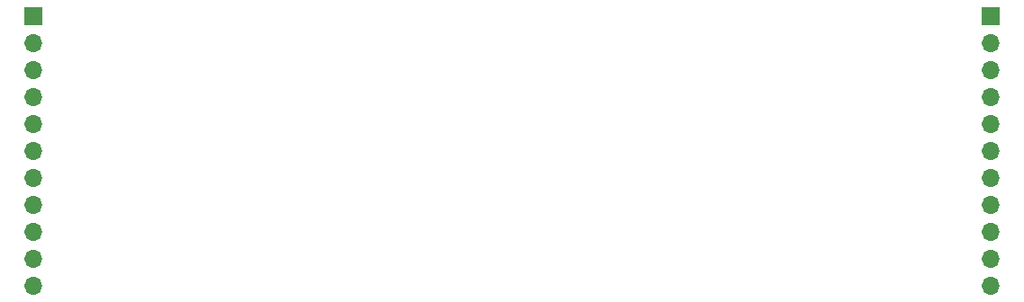
<source format=gbr>
G04 #@! TF.GenerationSoftware,KiCad,Pcbnew,(5.1.2)-2*
G04 #@! TF.CreationDate,2019-09-09T20:31:03-04:00*
G04 #@! TF.ProjectId,digiobscura,64696769-6f62-4736-9375-72612e6b6963,0.1a*
G04 #@! TF.SameCoordinates,Original*
G04 #@! TF.FileFunction,Soldermask,Bot*
G04 #@! TF.FilePolarity,Negative*
%FSLAX46Y46*%
G04 Gerber Fmt 4.6, Leading zero omitted, Abs format (unit mm)*
G04 Created by KiCad (PCBNEW (5.1.2)-2) date 2019-09-09 20:31:03*
%MOMM*%
%LPD*%
G04 APERTURE LIST*
%ADD10O,1.700000X1.700000*%
%ADD11R,1.700000X1.700000*%
G04 APERTURE END LIST*
D10*
X101500000Y-94900000D03*
X101500000Y-92360000D03*
X101500000Y-89820000D03*
X101500000Y-87280000D03*
X101500000Y-84740000D03*
X101500000Y-82200000D03*
X101500000Y-79660000D03*
X101500000Y-77120000D03*
X101500000Y-74580000D03*
X101500000Y-72040000D03*
D11*
X101500000Y-69500000D03*
X191500000Y-69500000D03*
D10*
X191500000Y-72040000D03*
X191500000Y-74580000D03*
X191500000Y-77120000D03*
X191500000Y-79660000D03*
X191500000Y-82200000D03*
X191500000Y-84740000D03*
X191500000Y-87280000D03*
X191500000Y-89820000D03*
X191500000Y-92360000D03*
X191500000Y-94900000D03*
M02*

</source>
